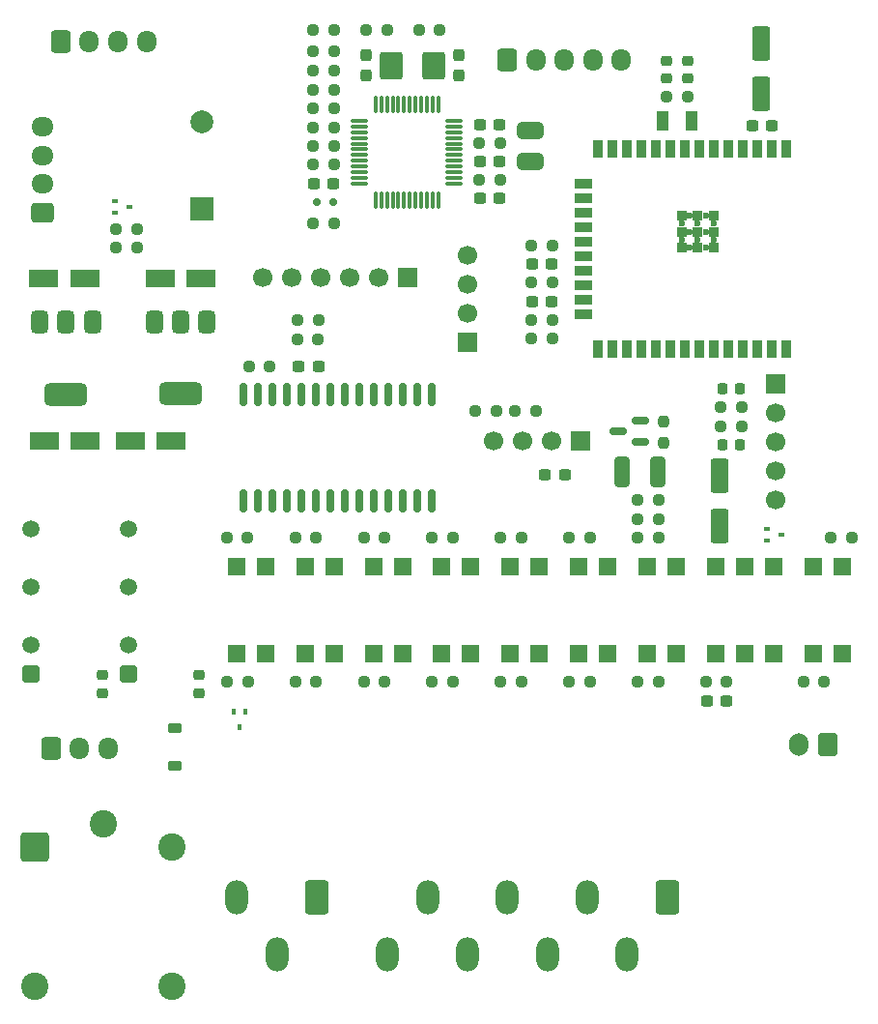
<source format=gbr>
%TF.GenerationSoftware,KiCad,Pcbnew,9.0.3*%
%TF.CreationDate,2025-08-30T18:16:35-03:00*%
%TF.ProjectId,HMI_LVDC-Inverter,484d495f-4c56-4444-932d-496e76657274,rev?*%
%TF.SameCoordinates,Original*%
%TF.FileFunction,Soldermask,Top*%
%TF.FilePolarity,Negative*%
%FSLAX46Y46*%
G04 Gerber Fmt 4.6, Leading zero omitted, Abs format (unit mm)*
G04 Created by KiCad (PCBNEW 9.0.3) date 2025-08-30 18:16:35*
%MOMM*%
%LPD*%
G01*
G04 APERTURE LIST*
G04 Aperture macros list*
%AMRoundRect*
0 Rectangle with rounded corners*
0 $1 Rounding radius*
0 $2 $3 $4 $5 $6 $7 $8 $9 X,Y pos of 4 corners*
0 Add a 4 corners polygon primitive as box body*
4,1,4,$2,$3,$4,$5,$6,$7,$8,$9,$2,$3,0*
0 Add four circle primitives for the rounded corners*
1,1,$1+$1,$2,$3*
1,1,$1+$1,$4,$5*
1,1,$1+$1,$6,$7*
1,1,$1+$1,$8,$9*
0 Add four rect primitives between the rounded corners*
20,1,$1+$1,$2,$3,$4,$5,0*
20,1,$1+$1,$4,$5,$6,$7,0*
20,1,$1+$1,$6,$7,$8,$9,0*
20,1,$1+$1,$8,$9,$2,$3,0*%
%AMFreePoly0*
4,1,23,0.500000,-0.750000,0.000000,-0.750000,0.000000,-0.745722,-0.065263,-0.745722,-0.191342,-0.711940,-0.304381,-0.646677,-0.396677,-0.554381,-0.461940,-0.441342,-0.495722,-0.315263,-0.495722,-0.250000,-0.500000,-0.250000,-0.500000,0.250000,-0.495722,0.250000,-0.495722,0.315263,-0.461940,0.441342,-0.396677,0.554381,-0.304381,0.646677,-0.191342,0.711940,-0.065263,0.745722,0.000000,0.745722,
0.000000,0.750000,0.500000,0.750000,0.500000,-0.750000,0.500000,-0.750000,$1*%
%AMFreePoly1*
4,1,23,0.000000,0.745722,0.065263,0.745722,0.191342,0.711940,0.304381,0.646677,0.396677,0.554381,0.461940,0.441342,0.495722,0.315263,0.495722,0.250000,0.500000,0.250000,0.500000,-0.250000,0.495722,-0.250000,0.495722,-0.315263,0.461940,-0.441342,0.396677,-0.554381,0.304381,-0.646677,0.191342,-0.711940,0.065263,-0.745722,0.000000,-0.745722,0.000000,-0.750000,-0.500000,-0.750000,
-0.500000,0.750000,0.000000,0.750000,0.000000,0.745722,0.000000,0.745722,$1*%
G04 Aperture macros list end*
%ADD10RoundRect,0.237500X-0.237500X0.250000X-0.237500X-0.250000X0.237500X-0.250000X0.237500X0.250000X0*%
%ADD11RoundRect,0.225000X0.250000X-0.225000X0.250000X0.225000X-0.250000X0.225000X-0.250000X-0.225000X0*%
%ADD12RoundRect,0.237500X-0.250000X-0.237500X0.250000X-0.237500X0.250000X0.237500X-0.250000X0.237500X0*%
%ADD13RoundRect,0.250000X0.550000X-0.550000X0.550000X0.550000X-0.550000X0.550000X-0.550000X-0.550000X0*%
%ADD14RoundRect,0.225000X0.225000X0.250000X-0.225000X0.250000X-0.225000X-0.250000X0.225000X-0.250000X0*%
%ADD15RoundRect,0.237500X0.250000X0.237500X-0.250000X0.237500X-0.250000X-0.237500X0.250000X-0.237500X0*%
%ADD16R,1.000000X1.800000*%
%ADD17RoundRect,0.225000X-0.250000X0.225000X-0.250000X-0.225000X0.250000X-0.225000X0.250000X0.225000X0*%
%ADD18RoundRect,0.237500X0.300000X0.237500X-0.300000X0.237500X-0.300000X-0.237500X0.300000X-0.237500X0*%
%ADD19RoundRect,0.250000X-0.600000X-0.725000X0.600000X-0.725000X0.600000X0.725000X-0.600000X0.725000X0*%
%ADD20O,1.700000X1.950000*%
%ADD21RoundRect,0.250000X0.600000X0.750000X-0.600000X0.750000X-0.600000X-0.750000X0.600000X-0.750000X0*%
%ADD22O,1.700000X2.000000*%
%ADD23RoundRect,0.250000X-1.050000X-0.550000X1.050000X-0.550000X1.050000X0.550000X-1.050000X0.550000X0*%
%ADD24RoundRect,0.250000X-0.550000X0.550000X-0.550000X-0.550000X0.550000X-0.550000X0.550000X0.550000X0*%
%ADD25R,1.700000X1.700000*%
%ADD26C,1.700000*%
%ADD27RoundRect,0.250000X1.050000X0.550000X-1.050000X0.550000X-1.050000X-0.550000X1.050000X-0.550000X0*%
%ADD28RoundRect,0.225000X-0.375000X0.225000X-0.375000X-0.225000X0.375000X-0.225000X0.375000X0.225000X0*%
%ADD29RoundRect,0.237500X-0.300000X-0.237500X0.300000X-0.237500X0.300000X0.237500X-0.300000X0.237500X0*%
%ADD30RoundRect,0.100000X0.155000X0.100000X-0.155000X0.100000X-0.155000X-0.100000X0.155000X-0.100000X0*%
%ADD31RoundRect,0.250001X0.499999X0.499999X-0.499999X0.499999X-0.499999X-0.499999X0.499999X-0.499999X0*%
%ADD32C,1.500000*%
%ADD33RoundRect,0.250000X0.725000X-0.600000X0.725000X0.600000X-0.725000X0.600000X-0.725000X-0.600000X0*%
%ADD34O,1.950000X1.700000*%
%ADD35C,2.400000*%
%ADD36RoundRect,0.250000X-1.000000X-1.000000X1.000000X-1.000000X1.000000X1.000000X-1.000000X1.000000X0*%
%ADD37RoundRect,0.075000X-0.075000X0.662500X-0.075000X-0.662500X0.075000X-0.662500X0.075000X0.662500X0*%
%ADD38RoundRect,0.075000X-0.662500X0.075000X-0.662500X-0.075000X0.662500X-0.075000X0.662500X0.075000X0*%
%ADD39RoundRect,0.150000X0.587500X0.150000X-0.587500X0.150000X-0.587500X-0.150000X0.587500X-0.150000X0*%
%ADD40RoundRect,0.150000X-0.150000X0.875000X-0.150000X-0.875000X0.150000X-0.875000X0.150000X0.875000X0*%
%ADD41R,0.900000X1.500000*%
%ADD42R,1.500000X0.900000*%
%ADD43R,0.900000X0.900000*%
%ADD44C,0.600000*%
%ADD45RoundRect,0.250000X-0.400000X-1.075000X0.400000X-1.075000X0.400000X1.075000X-0.400000X1.075000X0*%
%ADD46RoundRect,0.237500X0.237500X-0.300000X0.237500X0.300000X-0.237500X0.300000X-0.237500X-0.300000X0*%
%ADD47RoundRect,0.250000X0.550000X-1.250000X0.550000X1.250000X-0.550000X1.250000X-0.550000X-1.250000X0*%
%ADD48RoundRect,0.375000X-0.375000X0.625000X-0.375000X-0.625000X0.375000X-0.625000X0.375000X0.625000X0*%
%ADD49RoundRect,0.500000X-1.400000X0.500000X-1.400000X-0.500000X1.400000X-0.500000X1.400000X0.500000X0*%
%ADD50RoundRect,0.250000X-0.750000X-0.950000X0.750000X-0.950000X0.750000X0.950000X-0.750000X0.950000X0*%
%ADD51R,2.000000X2.000000*%
%ADD52C,2.000000*%
%ADD53FreePoly0,180.000000*%
%ADD54FreePoly1,180.000000*%
%ADD55RoundRect,0.100000X0.100000X-0.155000X0.100000X0.155000X-0.100000X0.155000X-0.100000X-0.155000X0*%
%ADD56RoundRect,0.150000X0.150000X0.200000X-0.150000X0.200000X-0.150000X-0.200000X0.150000X-0.200000X0*%
%ADD57FreePoly0,0.000000*%
%ADD58FreePoly1,0.000000*%
%ADD59RoundRect,0.250000X0.750000X1.250000X-0.750000X1.250000X-0.750000X-1.250000X0.750000X-1.250000X0*%
%ADD60O,2.000000X3.000000*%
G04 APERTURE END LIST*
%TO.C,SW1*%
G36*
X147075000Y-51570000D02*
G01*
X146775000Y-51570000D01*
X146775000Y-50070000D01*
X147075000Y-50070000D01*
X147075000Y-51570000D01*
G37*
%TO.C,JP1*%
G36*
X146775000Y-52815000D02*
G01*
X147075000Y-52815000D01*
X147075000Y-54315000D01*
X146775000Y-54315000D01*
X146775000Y-52815000D01*
G37*
%TD*%
D10*
%TO.C,R24*%
X158640000Y-76345000D03*
X158640000Y-78170000D03*
%TD*%
D11*
%TO.C,C18*%
X117876600Y-100079000D03*
X117876600Y-98529000D03*
%TD*%
D12*
%TO.C,R26*%
X126514500Y-69128800D03*
X128339500Y-69128800D03*
%TD*%
D13*
%TO.C,U20*%
X145185000Y-96610000D03*
X147725000Y-96610000D03*
X147725000Y-88990000D03*
X145185000Y-88990000D03*
%TD*%
D14*
%TO.C,C13*%
X165340000Y-78365000D03*
X163790000Y-78365000D03*
%TD*%
D15*
%TO.C,R6*%
X129712500Y-53825000D03*
X127887500Y-53825000D03*
%TD*%
D16*
%TO.C,Y2*%
X161055000Y-49985000D03*
X158555000Y-49985000D03*
%TD*%
D15*
%TO.C,R5*%
X129712500Y-52175000D03*
X127887500Y-52175000D03*
%TD*%
D17*
%TO.C,C14*%
X160720000Y-44735000D03*
X160720000Y-46285000D03*
%TD*%
D15*
%TO.C,R48*%
X112464500Y-61077000D03*
X110639500Y-61077000D03*
%TD*%
D18*
%TO.C,C9*%
X168112500Y-50390000D03*
X166387500Y-50390000D03*
%TD*%
D19*
%TO.C,J6*%
X144915000Y-44675000D03*
D20*
X147415000Y-44675000D03*
X149915000Y-44675000D03*
X152415000Y-44675000D03*
X154915000Y-44675000D03*
%TD*%
D15*
%TO.C,R41*%
X146167500Y-86510000D03*
X144342500Y-86510000D03*
%TD*%
D12*
%TO.C,R27*%
X126539093Y-67464696D03*
X128364093Y-67464696D03*
%TD*%
D21*
%TO.C,J4*%
X172994600Y-104587200D03*
D22*
X170494600Y-104587200D03*
%TD*%
D23*
%TO.C,C16*%
X104341800Y-77968000D03*
X107941800Y-77968000D03*
%TD*%
%TO.C,C19*%
X111860200Y-77968000D03*
X115460200Y-77968000D03*
%TD*%
D15*
%TO.C,R22*%
X164167500Y-99090000D03*
X162342500Y-99090000D03*
%TD*%
D24*
%TO.C,U11*%
X123725000Y-88990000D03*
X121185000Y-88990000D03*
X121185000Y-96610000D03*
X123725000Y-96610000D03*
%TD*%
D25*
%TO.C,J8*%
X168405000Y-73010000D03*
D26*
X168405000Y-75550000D03*
X168405000Y-78090000D03*
X168405000Y-80630000D03*
X168405000Y-83170000D03*
%TD*%
D12*
%TO.C,R17*%
X147020000Y-69065000D03*
X148845000Y-69065000D03*
%TD*%
D15*
%TO.C,R13*%
X129712500Y-42000000D03*
X127887500Y-42000000D03*
%TD*%
D27*
%TO.C,C20*%
X118097500Y-63794800D03*
X114497500Y-63794800D03*
%TD*%
D15*
%TO.C,R33*%
X129712500Y-43900000D03*
X127887500Y-43900000D03*
%TD*%
D12*
%TO.C,R9*%
X127886100Y-58918000D03*
X129711100Y-58918000D03*
%TD*%
D28*
%TO.C,D4*%
X115793800Y-103140400D03*
X115793800Y-106440400D03*
%TD*%
D25*
%TO.C,J5*%
X141397000Y-69340000D03*
D26*
X141397000Y-66800000D03*
X141397000Y-64260000D03*
X141397000Y-61720000D03*
%TD*%
D15*
%TO.C,R37*%
X134167500Y-86510000D03*
X132342500Y-86510000D03*
%TD*%
D14*
%TO.C,C12*%
X165340000Y-73445000D03*
X163790000Y-73445000D03*
%TD*%
D29*
%TO.C,C21*%
X162392500Y-100790000D03*
X164117500Y-100790000D03*
%TD*%
D23*
%TO.C,C17*%
X104291000Y-63794800D03*
X107891000Y-63794800D03*
%TD*%
D30*
%TO.C,Q1*%
X167662500Y-85740000D03*
X167662500Y-86740000D03*
X168952500Y-86240000D03*
%TD*%
D18*
%TO.C,C7*%
X148795000Y-65815000D03*
X147070000Y-65815000D03*
%TD*%
D12*
%TO.C,R47*%
X120369600Y-99050000D03*
X122194600Y-99050000D03*
%TD*%
%TO.C,R10*%
X142487500Y-55150000D03*
X144312500Y-55150000D03*
%TD*%
%TO.C,R28*%
X120342500Y-86510000D03*
X122167500Y-86510000D03*
%TD*%
D15*
%TO.C,R40*%
X140167500Y-99090000D03*
X138342500Y-99090000D03*
%TD*%
D31*
%TO.C,U4*%
X103195400Y-98440400D03*
D32*
X103195400Y-95900400D03*
X103195400Y-90820400D03*
X103195400Y-85740400D03*
%TD*%
D12*
%TO.C,R29*%
X110639500Y-59426000D03*
X112464500Y-59426000D03*
%TD*%
D15*
%TO.C,R19*%
X148845000Y-67440000D03*
X147020000Y-67440000D03*
%TD*%
D33*
%TO.C,J9*%
X104186000Y-58029000D03*
D34*
X104186000Y-55529000D03*
X104186000Y-53029000D03*
X104186000Y-50529000D03*
%TD*%
D13*
%TO.C,U21*%
X157185000Y-96610000D03*
X159725000Y-96610000D03*
X159725000Y-88990000D03*
X157185000Y-88990000D03*
%TD*%
D15*
%TO.C,R7*%
X134367500Y-42020000D03*
X132542500Y-42020000D03*
%TD*%
D12*
%TO.C,R23*%
X156342500Y-83210000D03*
X158167500Y-83210000D03*
%TD*%
D15*
%TO.C,R12*%
X147427500Y-75410000D03*
X145602500Y-75410000D03*
%TD*%
D18*
%TO.C,C8*%
X148795000Y-62490000D03*
X147070000Y-62490000D03*
%TD*%
D12*
%TO.C,R14*%
X163652500Y-75070000D03*
X165477500Y-75070000D03*
%TD*%
%TO.C,R32*%
X173282500Y-86510000D03*
X175107500Y-86510000D03*
%TD*%
D35*
%TO.C,K2*%
X109539800Y-111528000D03*
X115539800Y-125728000D03*
X103539800Y-125728000D03*
D36*
X103539800Y-113528000D03*
D35*
X115539800Y-113528000D03*
%TD*%
D29*
%TO.C,C23*%
X148232500Y-80940000D03*
X149957500Y-80940000D03*
%TD*%
D13*
%TO.C,U9*%
X171725000Y-96610000D03*
X174265000Y-96610000D03*
X174265000Y-88990000D03*
X171725000Y-88990000D03*
%TD*%
D37*
%TO.C,U1*%
X138875000Y-48562500D03*
X138375000Y-48562500D03*
X137875000Y-48562500D03*
X137375000Y-48562500D03*
X136875000Y-48562500D03*
X136375000Y-48562500D03*
X135875000Y-48562500D03*
X135375000Y-48562500D03*
X134875000Y-48562500D03*
X134375000Y-48562500D03*
X133875000Y-48562500D03*
X133375000Y-48562500D03*
D38*
X131962500Y-49975000D03*
X131962500Y-50475000D03*
X131962500Y-50975000D03*
X131962500Y-51475000D03*
X131962500Y-51975000D03*
X131962500Y-52475000D03*
X131962500Y-52975000D03*
X131962500Y-53475000D03*
X131962500Y-53975000D03*
X131962500Y-54475000D03*
X131962500Y-54975000D03*
X131962500Y-55475000D03*
D37*
X133375000Y-56887500D03*
X133875000Y-56887500D03*
X134375000Y-56887500D03*
X134875000Y-56887500D03*
X135375000Y-56887500D03*
X135875000Y-56887500D03*
X136375000Y-56887500D03*
X136875000Y-56887500D03*
X137375000Y-56887500D03*
X137875000Y-56887500D03*
X138375000Y-56887500D03*
X138875000Y-56887500D03*
D38*
X140287500Y-55475000D03*
X140287500Y-54975000D03*
X140287500Y-54475000D03*
X140287500Y-53975000D03*
X140287500Y-53475000D03*
X140287500Y-52975000D03*
X140287500Y-52475000D03*
X140287500Y-51975000D03*
X140287500Y-51475000D03*
X140287500Y-50975000D03*
X140287500Y-50475000D03*
X140287500Y-49975000D03*
%TD*%
D15*
%TO.C,R44*%
X158167500Y-99090000D03*
X156342500Y-99090000D03*
%TD*%
D11*
%TO.C,C11*%
X158890000Y-46285000D03*
X158890000Y-44735000D03*
%TD*%
D15*
%TO.C,R39*%
X140167500Y-86510000D03*
X138342500Y-86510000D03*
%TD*%
D18*
%TO.C,C25*%
X128362500Y-71522500D03*
X126637500Y-71522500D03*
%TD*%
D15*
%TO.C,R46*%
X152167500Y-99090000D03*
X150342500Y-99090000D03*
%TD*%
D12*
%TO.C,R15*%
X163652500Y-76740000D03*
X165477500Y-76740000D03*
%TD*%
%TO.C,R30*%
X170882500Y-99090000D03*
X172707500Y-99090000D03*
%TD*%
%TO.C,R18*%
X147020000Y-60875000D03*
X148845000Y-60875000D03*
%TD*%
D39*
%TO.C,Q2*%
X156557500Y-78120000D03*
X156557500Y-76220000D03*
X154682500Y-77170000D03*
%TD*%
D29*
%TO.C,C1*%
X142537500Y-56800000D03*
X144262500Y-56800000D03*
%TD*%
D15*
%TO.C,R42*%
X146167500Y-99090000D03*
X144342500Y-99090000D03*
%TD*%
%TO.C,R36*%
X128170000Y-99090000D03*
X126345000Y-99090000D03*
%TD*%
%TO.C,R1*%
X129712500Y-45600000D03*
X127887500Y-45600000D03*
%TD*%
%TO.C,R2*%
X129712500Y-47275000D03*
X127887500Y-47275000D03*
%TD*%
%TO.C,R3*%
X129712500Y-48900000D03*
X127887500Y-48900000D03*
%TD*%
D40*
%TO.C,U10*%
X138325000Y-73952500D03*
X137055000Y-73952500D03*
X135785000Y-73952500D03*
X134515000Y-73952500D03*
X133245000Y-73952500D03*
X131975000Y-73952500D03*
X130705000Y-73952500D03*
X129435000Y-73952500D03*
X128165000Y-73952500D03*
X126895000Y-73952500D03*
X125625000Y-73952500D03*
X124355000Y-73952500D03*
X123085000Y-73952500D03*
X121815000Y-73952500D03*
X121815000Y-83252500D03*
X123085000Y-83252500D03*
X124355000Y-83252500D03*
X125625000Y-83252500D03*
X126895000Y-83252500D03*
X128165000Y-83252500D03*
X129435000Y-83252500D03*
X130705000Y-83252500D03*
X131975000Y-83252500D03*
X133245000Y-83252500D03*
X134515000Y-83252500D03*
X135785000Y-83252500D03*
X137055000Y-83252500D03*
X138325000Y-83252500D03*
%TD*%
D41*
%TO.C,U2*%
X169345000Y-52435000D03*
X168075000Y-52435000D03*
X166805000Y-52435000D03*
X165535000Y-52435000D03*
X164265000Y-52435000D03*
X162995000Y-52435000D03*
X161725000Y-52435000D03*
X160455000Y-52435000D03*
X159185000Y-52435000D03*
X157915000Y-52435000D03*
X156645000Y-52435000D03*
X155375000Y-52435000D03*
X154105000Y-52435000D03*
X152835000Y-52435000D03*
D42*
X151585000Y-55470000D03*
X151585000Y-56740000D03*
X151585000Y-58010000D03*
X151585000Y-59280000D03*
X151585000Y-60550000D03*
X151585000Y-61820000D03*
X151585000Y-63090000D03*
X151585000Y-64360000D03*
X151585000Y-65630000D03*
X151585000Y-66900000D03*
D41*
X152835000Y-69935000D03*
X154105000Y-69935000D03*
X155375000Y-69935000D03*
X156645000Y-69935000D03*
X157915000Y-69935000D03*
X159185000Y-69935000D03*
X160455000Y-69935000D03*
X161725000Y-69935000D03*
X162995000Y-69935000D03*
X164265000Y-69935000D03*
X165535000Y-69935000D03*
X166805000Y-69935000D03*
X168075000Y-69935000D03*
X169345000Y-69935000D03*
D43*
X163025000Y-58285000D03*
D44*
X162325000Y-58285000D03*
D43*
X161625000Y-58285000D03*
D44*
X160925000Y-58285000D03*
D43*
X160225000Y-58285000D03*
D44*
X163025000Y-58985000D03*
X161625000Y-58985000D03*
X160225000Y-58985000D03*
D43*
X163025000Y-59685000D03*
D44*
X162325000Y-59685000D03*
D43*
X161625000Y-59685000D03*
D44*
X160925000Y-59685000D03*
D43*
X160225000Y-59685000D03*
D44*
X163025000Y-60385000D03*
X161625000Y-60385000D03*
X160225000Y-60385000D03*
D43*
X163025000Y-61085000D03*
D44*
X162325000Y-61085000D03*
D43*
X161625000Y-61085000D03*
D44*
X160925000Y-61085000D03*
D43*
X160225000Y-61085000D03*
%TD*%
D19*
%TO.C,J1*%
X104922600Y-104942800D03*
D20*
X107422600Y-104942800D03*
X109922600Y-104942800D03*
%TD*%
D15*
%TO.C,R4*%
X129712500Y-50550000D03*
X127887500Y-50550000D03*
%TD*%
D13*
%TO.C,U17*%
X127185000Y-96610000D03*
X129725000Y-96610000D03*
X129725000Y-88990000D03*
X127185000Y-88990000D03*
%TD*%
D30*
%TO.C,Q4*%
X110526000Y-57021000D03*
X110526000Y-58021000D03*
X111816000Y-57521000D03*
%TD*%
D45*
%TO.C,R21*%
X155007500Y-80710000D03*
X158107500Y-80710000D03*
%TD*%
D31*
%TO.C,U6*%
X111729800Y-98440400D03*
D32*
X111729800Y-95900400D03*
X111729800Y-90820400D03*
X111729800Y-85740400D03*
%TD*%
D19*
%TO.C,J7*%
X105786200Y-43068400D03*
D20*
X108286200Y-43068400D03*
X110786200Y-43068400D03*
X113286200Y-43068400D03*
%TD*%
D46*
%TO.C,C4*%
X140650000Y-45987500D03*
X140650000Y-44262500D03*
%TD*%
D47*
%TO.C,C10*%
X167175000Y-47615000D03*
X167175000Y-43215000D03*
%TD*%
D15*
%TO.C,R8*%
X144312500Y-51900000D03*
X142487500Y-51900000D03*
%TD*%
D48*
%TO.C,U3*%
X108543400Y-67604400D03*
X106243400Y-67604400D03*
D49*
X106243400Y-73904400D03*
D48*
X103943400Y-67604400D03*
%TD*%
D15*
%TO.C,R45*%
X152167500Y-86510000D03*
X150342500Y-86510000D03*
%TD*%
D50*
%TO.C,Y1*%
X134750000Y-45125000D03*
X138450000Y-45125000D03*
%TD*%
D29*
%TO.C,C6*%
X142537500Y-53550000D03*
X144262500Y-53550000D03*
%TD*%
D15*
%TO.C,R31*%
X124107500Y-71522500D03*
X122282500Y-71522500D03*
%TD*%
D47*
%TO.C,C22*%
X163505000Y-85470000D03*
X163505000Y-81070000D03*
%TD*%
D15*
%TO.C,R43*%
X158167500Y-86510000D03*
X156342500Y-86510000D03*
%TD*%
D51*
%TO.C,BZ1*%
X118156000Y-57648000D03*
D52*
X118156000Y-50048000D03*
%TD*%
D13*
%TO.C,U18*%
X133185000Y-96610000D03*
X135725000Y-96610000D03*
X135725000Y-88990000D03*
X133185000Y-88990000D03*
%TD*%
D53*
%TO.C,SW1*%
X147575000Y-50820000D03*
D54*
X146275000Y-50820000D03*
%TD*%
D29*
%TO.C,C3*%
X142537500Y-50300000D03*
X144262500Y-50300000D03*
%TD*%
D15*
%TO.C,R34*%
X139007500Y-42020000D03*
X137182500Y-42020000D03*
%TD*%
D12*
%TO.C,R25*%
X156342500Y-84840000D03*
X158167500Y-84840000D03*
%TD*%
D13*
%TO.C,U22*%
X151185000Y-96610000D03*
X153725000Y-96610000D03*
X153725000Y-88990000D03*
X151185000Y-88990000D03*
%TD*%
D55*
%TO.C,Q3*%
X121932600Y-101757800D03*
X120932600Y-101757800D03*
X121432600Y-103047800D03*
%TD*%
D56*
%TO.C,D1*%
X128251000Y-57075000D03*
X129651000Y-57075000D03*
%TD*%
D46*
%TO.C,C5*%
X132525000Y-45987500D03*
X132525000Y-44262500D03*
%TD*%
D12*
%TO.C,R11*%
X142152500Y-75410000D03*
X143977500Y-75410000D03*
%TD*%
D15*
%TO.C,R35*%
X128167500Y-86510000D03*
X126342500Y-86510000D03*
%TD*%
D57*
%TO.C,JP1*%
X146275000Y-53565000D03*
D58*
X147575000Y-53565000D03*
%TD*%
D18*
%TO.C,C2*%
X129661100Y-55463600D03*
X127936100Y-55463600D03*
%TD*%
D15*
%TO.C,R38*%
X134170000Y-99090000D03*
X132345000Y-99090000D03*
%TD*%
%TO.C,R20*%
X148845000Y-64165000D03*
X147020000Y-64165000D03*
%TD*%
D11*
%TO.C,C15*%
X109393000Y-100066000D03*
X109393000Y-98516000D03*
%TD*%
D13*
%TO.C,U19*%
X139185000Y-96610000D03*
X141725000Y-96610000D03*
X141725000Y-88990000D03*
X139185000Y-88990000D03*
%TD*%
D48*
%TO.C,U5*%
X118597500Y-67590000D03*
X116297500Y-67590000D03*
D49*
X116297500Y-73890000D03*
D48*
X113997500Y-67590000D03*
%TD*%
D12*
%TO.C,R16*%
X158892500Y-47910000D03*
X160717500Y-47910000D03*
%TD*%
D24*
%TO.C,U7*%
X168265000Y-88990000D03*
X165725000Y-88990000D03*
X163185000Y-88990000D03*
X163185000Y-96610000D03*
X165725000Y-96610000D03*
X168265000Y-96610000D03*
%TD*%
D25*
%TO.C,J11*%
X136215400Y-63693200D03*
D26*
X133675400Y-63693200D03*
X131135400Y-63693200D03*
X128595400Y-63693200D03*
X126055400Y-63693200D03*
X123515400Y-63693200D03*
%TD*%
D25*
%TO.C,J10*%
X151303000Y-77968000D03*
D26*
X148763000Y-77968000D03*
X146223000Y-77968000D03*
X143683000Y-77968000D03*
%TD*%
D59*
%TO.C,J3*%
X158923000Y-117947600D03*
D60*
X155423000Y-122947600D03*
X151923000Y-117947600D03*
X148423000Y-122947600D03*
X144923000Y-117947600D03*
X141423000Y-122947600D03*
X137923000Y-117947600D03*
X134423000Y-122947600D03*
%TD*%
D59*
%TO.C,J2*%
X128239800Y-117947600D03*
D60*
X124739800Y-122947600D03*
X121239800Y-117947600D03*
%TD*%
M02*

</source>
